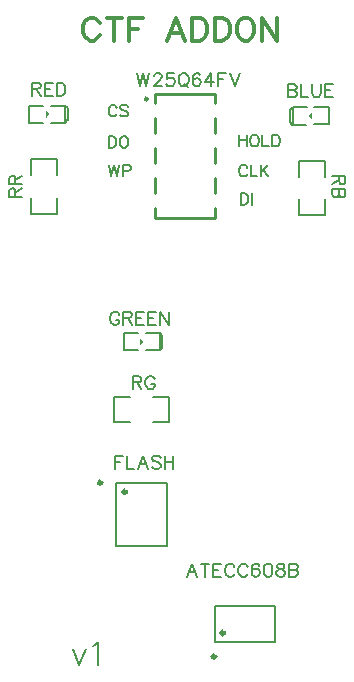
<source format=gto>
G04 Layer: TopSilkscreenLayer*
G04 EasyEDA v6.5.40, 2024-02-07 10:12:07*
G04 964da254980c4c80920fb8b7fcdf49c0,d07ef30ec77949ce8e11233ba57d236c,10*
G04 Gerber Generator version 0.2*
G04 Scale: 100 percent, Rotated: No, Reflected: No *
G04 Dimensions in millimeters *
G04 leading zeros omitted , absolute positions ,4 integer and 5 decimal *
%FSLAX45Y45*%
%MOMM*%

%ADD10C,0.3000*%
%ADD11C,0.2032*%
%ADD12C,0.1500*%
%ADD13C,0.1524*%
%ADD14C,0.2540*%
%ADD15C,0.0168*%

%LPD*%
D10*
X1230629Y5861050D02*
G01*
X1221486Y5879592D01*
X1202944Y5898134D01*
X1184655Y5907278D01*
X1147571Y5907278D01*
X1129029Y5898134D01*
X1110742Y5879592D01*
X1101344Y5861050D01*
X1092200Y5833363D01*
X1092200Y5787389D01*
X1101344Y5759450D01*
X1110742Y5741162D01*
X1129029Y5722620D01*
X1147571Y5713476D01*
X1184655Y5713476D01*
X1202944Y5722620D01*
X1221486Y5741162D01*
X1230629Y5759450D01*
X1356360Y5907278D02*
G01*
X1356360Y5713476D01*
X1291589Y5907278D02*
G01*
X1421129Y5907278D01*
X1482089Y5907278D02*
G01*
X1482089Y5713476D01*
X1482089Y5907278D02*
G01*
X1601978Y5907278D01*
X1482089Y5815076D02*
G01*
X1555750Y5815076D01*
X1879092Y5907278D02*
G01*
X1805178Y5713476D01*
X1879092Y5907278D02*
G01*
X1953006Y5713476D01*
X1832863Y5777992D02*
G01*
X1925320Y5777992D01*
X2013965Y5907278D02*
G01*
X2013965Y5713476D01*
X2013965Y5907278D02*
G01*
X2078736Y5907278D01*
X2106422Y5898134D01*
X2124709Y5879592D01*
X2134108Y5861050D01*
X2143252Y5833363D01*
X2143252Y5787389D01*
X2134108Y5759450D01*
X2124709Y5741162D01*
X2106422Y5722620D01*
X2078736Y5713476D01*
X2013965Y5713476D01*
X2204211Y5907278D02*
G01*
X2204211Y5713476D01*
X2204211Y5907278D02*
G01*
X2268981Y5907278D01*
X2296668Y5898134D01*
X2315209Y5879592D01*
X2324354Y5861050D01*
X2333497Y5833363D01*
X2333497Y5787389D01*
X2324354Y5759450D01*
X2315209Y5741162D01*
X2296668Y5722620D01*
X2268981Y5713476D01*
X2204211Y5713476D01*
X2449829Y5907278D02*
G01*
X2431541Y5898134D01*
X2413000Y5879592D01*
X2403856Y5861050D01*
X2394458Y5833363D01*
X2394458Y5787389D01*
X2403856Y5759450D01*
X2413000Y5741162D01*
X2431541Y5722620D01*
X2449829Y5713476D01*
X2486913Y5713476D01*
X2505456Y5722620D01*
X2523743Y5741162D01*
X2533141Y5759450D01*
X2542286Y5787389D01*
X2542286Y5833363D01*
X2533141Y5861050D01*
X2523743Y5879592D01*
X2505456Y5898134D01*
X2486913Y5907278D01*
X2449829Y5907278D01*
X2603245Y5907278D02*
G01*
X2603245Y5713476D01*
X2603245Y5907278D02*
G01*
X2732531Y5713476D01*
X2732531Y5907278D02*
G01*
X2732531Y5713476D01*
D11*
X1003300Y559562D02*
G01*
X1058671Y430276D01*
X1114044Y559562D02*
G01*
X1058671Y430276D01*
X1175004Y587247D02*
G01*
X1193545Y596392D01*
X1221231Y624078D01*
X1221231Y430276D01*
D12*
X1376171Y5145531D02*
G01*
X1371854Y5154676D01*
X1362710Y5163565D01*
X1353565Y5168137D01*
X1335278Y5168137D01*
X1326387Y5163565D01*
X1317244Y5154676D01*
X1312671Y5145531D01*
X1308100Y5131815D01*
X1308100Y5109210D01*
X1312671Y5095494D01*
X1317244Y5086350D01*
X1326387Y5077205D01*
X1335278Y5072634D01*
X1353565Y5072634D01*
X1362710Y5077205D01*
X1371854Y5086350D01*
X1376171Y5095494D01*
X1469897Y5154676D02*
G01*
X1460754Y5163565D01*
X1447292Y5168137D01*
X1429004Y5168137D01*
X1415287Y5163565D01*
X1406397Y5154676D01*
X1406397Y5145531D01*
X1410715Y5136387D01*
X1415287Y5131815D01*
X1424431Y5127244D01*
X1451610Y5118100D01*
X1460754Y5113781D01*
X1465326Y5109210D01*
X1469897Y5100065D01*
X1469897Y5086350D01*
X1460754Y5077205D01*
X1447292Y5072634D01*
X1429004Y5072634D01*
X1415287Y5077205D01*
X1406397Y5086350D01*
X1308100Y4901437D02*
G01*
X1308100Y4805934D01*
X1308100Y4901437D02*
G01*
X1339850Y4901437D01*
X1353565Y4896865D01*
X1362710Y4887976D01*
X1367281Y4878831D01*
X1371854Y4865115D01*
X1371854Y4842510D01*
X1367281Y4828794D01*
X1362710Y4819650D01*
X1353565Y4810505D01*
X1339850Y4805934D01*
X1308100Y4805934D01*
X1429004Y4901437D02*
G01*
X1419860Y4896865D01*
X1410715Y4887976D01*
X1406397Y4878831D01*
X1401826Y4865115D01*
X1401826Y4842510D01*
X1406397Y4828794D01*
X1410715Y4819650D01*
X1419860Y4810505D01*
X1429004Y4805934D01*
X1447292Y4805934D01*
X1456181Y4810505D01*
X1465326Y4819650D01*
X1469897Y4828794D01*
X1474470Y4842510D01*
X1474470Y4865115D01*
X1469897Y4878831D01*
X1465326Y4887976D01*
X1456181Y4896865D01*
X1447292Y4901437D01*
X1429004Y4901437D01*
X1308100Y4660137D02*
G01*
X1330705Y4564634D01*
X1353565Y4660137D02*
G01*
X1330705Y4564634D01*
X1353565Y4660137D02*
G01*
X1376171Y4564634D01*
X1399031Y4660137D02*
G01*
X1376171Y4564634D01*
X1429004Y4660137D02*
G01*
X1429004Y4564634D01*
X1429004Y4660137D02*
G01*
X1469897Y4660137D01*
X1483613Y4655565D01*
X1488186Y4650994D01*
X1492757Y4642104D01*
X1492757Y4628387D01*
X1488186Y4619244D01*
X1483613Y4614671D01*
X1469897Y4610100D01*
X1429004Y4610100D01*
X2413000Y4914137D02*
G01*
X2413000Y4818634D01*
X2476754Y4914137D02*
G01*
X2476754Y4818634D01*
X2413000Y4868671D02*
G01*
X2476754Y4868671D01*
X2533904Y4914137D02*
G01*
X2524759Y4909565D01*
X2515615Y4900676D01*
X2511297Y4891531D01*
X2506725Y4877815D01*
X2506725Y4855210D01*
X2511297Y4841494D01*
X2515615Y4832350D01*
X2524759Y4823205D01*
X2533904Y4818634D01*
X2552191Y4818634D01*
X2561081Y4823205D01*
X2570225Y4832350D01*
X2574797Y4841494D01*
X2579370Y4855210D01*
X2579370Y4877815D01*
X2574797Y4891531D01*
X2570225Y4900676D01*
X2561081Y4909565D01*
X2552191Y4914137D01*
X2533904Y4914137D01*
X2609341Y4914137D02*
G01*
X2609341Y4818634D01*
X2609341Y4818634D02*
G01*
X2663952Y4818634D01*
X2693924Y4914137D02*
G01*
X2693924Y4818634D01*
X2693924Y4914137D02*
G01*
X2725674Y4914137D01*
X2739390Y4909565D01*
X2748534Y4900676D01*
X2753106Y4891531D01*
X2757424Y4877815D01*
X2757424Y4855210D01*
X2753106Y4841494D01*
X2748534Y4832350D01*
X2739390Y4823205D01*
X2725674Y4818634D01*
X2693924Y4818634D01*
X2481072Y4637531D02*
G01*
X2476754Y4646676D01*
X2467609Y4655565D01*
X2458465Y4660137D01*
X2440177Y4660137D01*
X2431288Y4655565D01*
X2422143Y4646676D01*
X2417572Y4637531D01*
X2413000Y4623815D01*
X2413000Y4601210D01*
X2417572Y4587494D01*
X2422143Y4578350D01*
X2431288Y4569205D01*
X2440177Y4564634D01*
X2458465Y4564634D01*
X2467609Y4569205D01*
X2476754Y4578350D01*
X2481072Y4587494D01*
X2511297Y4660137D02*
G01*
X2511297Y4564634D01*
X2511297Y4564634D02*
G01*
X2565654Y4564634D01*
X2595625Y4660137D02*
G01*
X2595625Y4564634D01*
X2659379Y4660137D02*
G01*
X2595625Y4596637D01*
X2618486Y4619244D02*
G01*
X2659379Y4564634D01*
X2425700Y4418837D02*
G01*
X2425700Y4323334D01*
X2425700Y4418837D02*
G01*
X2457450Y4418837D01*
X2471165Y4414265D01*
X2480309Y4405376D01*
X2484881Y4396231D01*
X2489454Y4382515D01*
X2489454Y4359910D01*
X2484881Y4346194D01*
X2480309Y4337050D01*
X2471165Y4327905D01*
X2457450Y4323334D01*
X2425700Y4323334D01*
X2519425Y4418837D02*
G01*
X2519425Y4323334D01*
D13*
X2826903Y5343204D02*
G01*
X2826903Y5234238D01*
X2826903Y5343204D02*
G01*
X2873639Y5343204D01*
X2889133Y5338124D01*
X2894467Y5332790D01*
X2899547Y5322376D01*
X2899547Y5311962D01*
X2894467Y5301548D01*
X2889133Y5296468D01*
X2873639Y5291388D01*
X2826903Y5291388D02*
G01*
X2873639Y5291388D01*
X2889133Y5286054D01*
X2894467Y5280974D01*
X2899547Y5270560D01*
X2899547Y5254812D01*
X2894467Y5244398D01*
X2889133Y5239318D01*
X2873639Y5234238D01*
X2826903Y5234238D01*
X2933837Y5343204D02*
G01*
X2933837Y5234238D01*
X2933837Y5234238D02*
G01*
X2996321Y5234238D01*
X3030611Y5343204D02*
G01*
X3030611Y5265226D01*
X3035691Y5249732D01*
X3046105Y5239318D01*
X3061853Y5234238D01*
X3072013Y5234238D01*
X3087761Y5239318D01*
X3098175Y5249732D01*
X3103255Y5265226D01*
X3103255Y5343204D01*
X3137545Y5343204D02*
G01*
X3137545Y5234238D01*
X3137545Y5343204D02*
G01*
X3205109Y5343204D01*
X3137545Y5291388D02*
G01*
X3179201Y5291388D01*
X3137545Y5234238D02*
G01*
X3205109Y5234238D01*
X1398778Y3391407D02*
G01*
X1393444Y3401821D01*
X1383029Y3412236D01*
X1372870Y3417315D01*
X1352042Y3417315D01*
X1341628Y3412236D01*
X1331213Y3401821D01*
X1325879Y3391407D01*
X1320800Y3375660D01*
X1320800Y3349752D01*
X1325879Y3334257D01*
X1331213Y3323844D01*
X1341628Y3313429D01*
X1352042Y3308350D01*
X1372870Y3308350D01*
X1383029Y3313429D01*
X1393444Y3323844D01*
X1398778Y3334257D01*
X1398778Y3349752D01*
X1372870Y3349752D02*
G01*
X1398778Y3349752D01*
X1433068Y3417315D02*
G01*
X1433068Y3308350D01*
X1433068Y3417315D02*
G01*
X1479804Y3417315D01*
X1495297Y3412236D01*
X1500631Y3406902D01*
X1505712Y3396487D01*
X1505712Y3386073D01*
X1500631Y3375660D01*
X1495297Y3370579D01*
X1479804Y3365500D01*
X1433068Y3365500D01*
X1469389Y3365500D02*
G01*
X1505712Y3308350D01*
X1540002Y3417315D02*
G01*
X1540002Y3308350D01*
X1540002Y3417315D02*
G01*
X1607565Y3417315D01*
X1540002Y3365500D02*
G01*
X1581657Y3365500D01*
X1540002Y3308350D02*
G01*
X1607565Y3308350D01*
X1641855Y3417315D02*
G01*
X1641855Y3308350D01*
X1641855Y3417315D02*
G01*
X1709420Y3417315D01*
X1641855Y3365500D02*
G01*
X1683512Y3365500D01*
X1641855Y3308350D02*
G01*
X1709420Y3308350D01*
X1743710Y3417315D02*
G01*
X1743710Y3308350D01*
X1743710Y3417315D02*
G01*
X1816354Y3308350D01*
X1816354Y3417315D02*
G01*
X1816354Y3308350D01*
X658327Y5356412D02*
G01*
X658327Y5247446D01*
X658327Y5356412D02*
G01*
X705063Y5356412D01*
X720557Y5351332D01*
X725891Y5345998D01*
X730971Y5335584D01*
X730971Y5325170D01*
X725891Y5314756D01*
X720557Y5309676D01*
X705063Y5304596D01*
X658327Y5304596D01*
X694649Y5304596D02*
G01*
X730971Y5247446D01*
X765261Y5356412D02*
G01*
X765261Y5247446D01*
X765261Y5356412D02*
G01*
X832825Y5356412D01*
X765261Y5304596D02*
G01*
X806917Y5304596D01*
X765261Y5247446D02*
G01*
X832825Y5247446D01*
X867115Y5356412D02*
G01*
X867115Y5247446D01*
X867115Y5356412D02*
G01*
X903437Y5356412D01*
X919185Y5351332D01*
X929599Y5340918D01*
X934679Y5330504D01*
X940013Y5314756D01*
X940013Y5288848D01*
X934679Y5273354D01*
X929599Y5262940D01*
X919185Y5252526D01*
X903437Y5247446D01*
X867115Y5247446D01*
X2010156Y1283715D02*
G01*
X1968500Y1174750D01*
X2010156Y1283715D02*
G01*
X2051558Y1174750D01*
X1983993Y1211071D02*
G01*
X2036063Y1211071D01*
X2122170Y1283715D02*
G01*
X2122170Y1174750D01*
X2085847Y1283715D02*
G01*
X2158745Y1283715D01*
X2193036Y1283715D02*
G01*
X2193036Y1174750D01*
X2193036Y1283715D02*
G01*
X2260600Y1283715D01*
X2193036Y1231900D02*
G01*
X2234438Y1231900D01*
X2193036Y1174750D02*
G01*
X2260600Y1174750D01*
X2372613Y1257807D02*
G01*
X2367534Y1268221D01*
X2357120Y1278636D01*
X2346706Y1283715D01*
X2325877Y1283715D01*
X2315463Y1278636D01*
X2305050Y1268221D01*
X2299970Y1257807D01*
X2294890Y1242060D01*
X2294890Y1216152D01*
X2299970Y1200657D01*
X2305050Y1190244D01*
X2315463Y1179829D01*
X2325877Y1174750D01*
X2346706Y1174750D01*
X2357120Y1179829D01*
X2367534Y1190244D01*
X2372613Y1200657D01*
X2484881Y1257807D02*
G01*
X2479802Y1268221D01*
X2469388Y1278636D01*
X2458974Y1283715D01*
X2438145Y1283715D01*
X2427731Y1278636D01*
X2417318Y1268221D01*
X2412238Y1257807D01*
X2406904Y1242060D01*
X2406904Y1216152D01*
X2412238Y1200657D01*
X2417318Y1190244D01*
X2427731Y1179829D01*
X2438145Y1174750D01*
X2458974Y1174750D01*
X2469388Y1179829D01*
X2479802Y1190244D01*
X2484881Y1200657D01*
X2581656Y1268221D02*
G01*
X2576322Y1278636D01*
X2560827Y1283715D01*
X2550413Y1283715D01*
X2534920Y1278636D01*
X2524506Y1262887D01*
X2519172Y1236979D01*
X2519172Y1211071D01*
X2524506Y1190244D01*
X2534920Y1179829D01*
X2550413Y1174750D01*
X2555493Y1174750D01*
X2571241Y1179829D01*
X2581656Y1190244D01*
X2586736Y1205737D01*
X2586736Y1211071D01*
X2581656Y1226565D01*
X2571241Y1236979D01*
X2555493Y1242060D01*
X2550413Y1242060D01*
X2534920Y1236979D01*
X2524506Y1226565D01*
X2519172Y1211071D01*
X2652268Y1283715D02*
G01*
X2636520Y1278636D01*
X2626359Y1262887D01*
X2621025Y1236979D01*
X2621025Y1221486D01*
X2626359Y1195323D01*
X2636520Y1179829D01*
X2652268Y1174750D01*
X2662681Y1174750D01*
X2678175Y1179829D01*
X2688590Y1195323D01*
X2693670Y1221486D01*
X2693670Y1236979D01*
X2688590Y1262887D01*
X2678175Y1278636D01*
X2662681Y1283715D01*
X2652268Y1283715D01*
X2754122Y1283715D02*
G01*
X2738374Y1278636D01*
X2733293Y1268221D01*
X2733293Y1257807D01*
X2738374Y1247394D01*
X2748788Y1242060D01*
X2769615Y1236979D01*
X2785109Y1231900D01*
X2795524Y1221486D01*
X2800858Y1211071D01*
X2800858Y1195323D01*
X2795524Y1184910D01*
X2790443Y1179829D01*
X2774950Y1174750D01*
X2754122Y1174750D01*
X2738374Y1179829D01*
X2733293Y1184910D01*
X2727959Y1195323D01*
X2727959Y1211071D01*
X2733293Y1221486D01*
X2743708Y1231900D01*
X2759202Y1236979D01*
X2780029Y1242060D01*
X2790443Y1247394D01*
X2795524Y1257807D01*
X2795524Y1268221D01*
X2790443Y1278636D01*
X2774950Y1283715D01*
X2754122Y1283715D01*
X2835147Y1283715D02*
G01*
X2835147Y1174750D01*
X2835147Y1283715D02*
G01*
X2881884Y1283715D01*
X2897377Y1278636D01*
X2902711Y1273302D01*
X2907791Y1262887D01*
X2907791Y1252473D01*
X2902711Y1242060D01*
X2897377Y1236979D01*
X2881884Y1231900D01*
X2835147Y1231900D02*
G01*
X2881884Y1231900D01*
X2897377Y1226565D01*
X2902711Y1221486D01*
X2907791Y1211071D01*
X2907791Y1195323D01*
X2902711Y1184910D01*
X2897377Y1179829D01*
X2881884Y1174750D01*
X2835147Y1174750D01*
X1358900Y2198115D02*
G01*
X1358900Y2089150D01*
X1358900Y2198115D02*
G01*
X1426463Y2198115D01*
X1358900Y2146300D02*
G01*
X1400555Y2146300D01*
X1460754Y2198115D02*
G01*
X1460754Y2089150D01*
X1460754Y2089150D02*
G01*
X1522984Y2089150D01*
X1598929Y2198115D02*
G01*
X1557273Y2089150D01*
X1598929Y2198115D02*
G01*
X1640586Y2089150D01*
X1573021Y2125471D02*
G01*
X1624837Y2125471D01*
X1747520Y2182621D02*
G01*
X1737105Y2193036D01*
X1721612Y2198115D01*
X1700784Y2198115D01*
X1685289Y2193036D01*
X1674876Y2182621D01*
X1674876Y2172207D01*
X1679955Y2161794D01*
X1685289Y2156460D01*
X1695450Y2151379D01*
X1726692Y2140965D01*
X1737105Y2135886D01*
X1742439Y2130552D01*
X1747520Y2120137D01*
X1747520Y2104644D01*
X1737105Y2094229D01*
X1721612Y2089150D01*
X1700784Y2089150D01*
X1685289Y2094229D01*
X1674876Y2104644D01*
X1781810Y2198115D02*
G01*
X1781810Y2089150D01*
X1854454Y2198115D02*
G01*
X1854454Y2089150D01*
X1781810Y2146300D02*
G01*
X1854454Y2146300D01*
X1549400Y5436615D02*
G01*
X1575307Y5327650D01*
X1601470Y5436615D02*
G01*
X1575307Y5327650D01*
X1601470Y5436615D02*
G01*
X1627378Y5327650D01*
X1653286Y5436615D02*
G01*
X1627378Y5327650D01*
X1692910Y5410707D02*
G01*
X1692910Y5415787D01*
X1697989Y5426202D01*
X1703070Y5431536D01*
X1713484Y5436615D01*
X1734312Y5436615D01*
X1744726Y5431536D01*
X1750060Y5426202D01*
X1755139Y5415787D01*
X1755139Y5405373D01*
X1750060Y5394960D01*
X1739645Y5379465D01*
X1687576Y5327650D01*
X1760220Y5327650D01*
X1856994Y5436615D02*
G01*
X1804923Y5436615D01*
X1799844Y5389879D01*
X1804923Y5394960D01*
X1820671Y5400294D01*
X1836165Y5400294D01*
X1851660Y5394960D01*
X1862073Y5384800D01*
X1867407Y5369052D01*
X1867407Y5358637D01*
X1862073Y5343144D01*
X1851660Y5332729D01*
X1836165Y5327650D01*
X1820671Y5327650D01*
X1804923Y5332729D01*
X1799844Y5337810D01*
X1794510Y5348223D01*
X1932940Y5436615D02*
G01*
X1922526Y5431536D01*
X1912112Y5421121D01*
X1906778Y5410707D01*
X1901697Y5394960D01*
X1901697Y5369052D01*
X1906778Y5353557D01*
X1912112Y5343144D01*
X1922526Y5332729D01*
X1932940Y5327650D01*
X1953513Y5327650D01*
X1963927Y5332729D01*
X1974341Y5343144D01*
X1979675Y5353557D01*
X1984756Y5369052D01*
X1984756Y5394960D01*
X1979675Y5410707D01*
X1974341Y5421121D01*
X1963927Y5431536D01*
X1953513Y5436615D01*
X1932940Y5436615D01*
X1948434Y5348223D02*
G01*
X1979675Y5317236D01*
X2081529Y5421121D02*
G01*
X2076195Y5431536D01*
X2060702Y5436615D01*
X2050288Y5436615D01*
X2034540Y5431536D01*
X2024379Y5415787D01*
X2019045Y5389879D01*
X2019045Y5363971D01*
X2024379Y5343144D01*
X2034540Y5332729D01*
X2050288Y5327650D01*
X2055368Y5327650D01*
X2071115Y5332729D01*
X2081529Y5343144D01*
X2086609Y5358637D01*
X2086609Y5363971D01*
X2081529Y5379465D01*
X2071115Y5389879D01*
X2055368Y5394960D01*
X2050288Y5394960D01*
X2034540Y5389879D01*
X2024379Y5379465D01*
X2019045Y5363971D01*
X2172970Y5436615D02*
G01*
X2120900Y5363971D01*
X2198877Y5363971D01*
X2172970Y5436615D02*
G01*
X2172970Y5327650D01*
X2233168Y5436615D02*
G01*
X2233168Y5327650D01*
X2233168Y5436615D02*
G01*
X2300731Y5436615D01*
X2233168Y5384800D02*
G01*
X2274570Y5384800D01*
X2335022Y5436615D02*
G01*
X2376424Y5327650D01*
X2418079Y5436615D02*
G01*
X2376424Y5327650D01*
X3310519Y4567488D02*
G01*
X3201553Y4567488D01*
X3310519Y4567488D02*
G01*
X3310519Y4520752D01*
X3305439Y4505258D01*
X3300105Y4499924D01*
X3289691Y4494844D01*
X3279277Y4494844D01*
X3268863Y4499924D01*
X3263783Y4505258D01*
X3258703Y4520752D01*
X3258703Y4567488D01*
X3258703Y4531166D02*
G01*
X3201553Y4494844D01*
X3310519Y4460554D02*
G01*
X3201553Y4460554D01*
X3310519Y4460554D02*
G01*
X3310519Y4413818D01*
X3305439Y4398070D01*
X3300105Y4392990D01*
X3289691Y4387656D01*
X3279277Y4387656D01*
X3268863Y4392990D01*
X3263783Y4398070D01*
X3258703Y4413818D01*
X3258703Y4460554D02*
G01*
X3258703Y4413818D01*
X3253369Y4398070D01*
X3248289Y4392990D01*
X3237875Y4387656D01*
X3222127Y4387656D01*
X3211713Y4392990D01*
X3206633Y4398070D01*
X3201553Y4413818D01*
X3201553Y4460554D01*
X1511300Y2871215D02*
G01*
X1511300Y2762250D01*
X1511300Y2871215D02*
G01*
X1558036Y2871215D01*
X1573529Y2866136D01*
X1578863Y2860802D01*
X1583944Y2850387D01*
X1583944Y2839973D01*
X1578863Y2829560D01*
X1573529Y2824479D01*
X1558036Y2819400D01*
X1511300Y2819400D01*
X1547621Y2819400D02*
G01*
X1583944Y2762250D01*
X1696212Y2845307D02*
G01*
X1691131Y2855721D01*
X1680718Y2866136D01*
X1670304Y2871215D01*
X1649476Y2871215D01*
X1639062Y2866136D01*
X1628647Y2855721D01*
X1623568Y2845307D01*
X1618234Y2829560D01*
X1618234Y2803652D01*
X1623568Y2788157D01*
X1628647Y2777744D01*
X1639062Y2767329D01*
X1649476Y2762250D01*
X1670304Y2762250D01*
X1680718Y2767329D01*
X1691131Y2777744D01*
X1696212Y2788157D01*
X1696212Y2803652D01*
X1670304Y2803652D02*
G01*
X1696212Y2803652D01*
X466811Y4390196D02*
G01*
X575777Y4390196D01*
X466811Y4390196D02*
G01*
X466811Y4436932D01*
X471891Y4452426D01*
X477225Y4457760D01*
X487639Y4462840D01*
X498053Y4462840D01*
X508467Y4457760D01*
X513547Y4452426D01*
X518627Y4436932D01*
X518627Y4390196D01*
X518627Y4426518D02*
G01*
X575777Y4462840D01*
X466811Y4497130D02*
G01*
X575777Y4497130D01*
X466811Y4497130D02*
G01*
X466811Y4543866D01*
X471891Y4559614D01*
X477225Y4564694D01*
X487639Y4570028D01*
X498053Y4570028D01*
X508467Y4564694D01*
X513547Y4559614D01*
X518627Y4543866D01*
X518627Y4497130D01*
X518627Y4533706D02*
G01*
X575777Y4570028D01*
G36*
X3029458Y5111394D02*
G01*
X3003499Y5075428D01*
X3028492Y5039410D01*
G37*
G36*
X1576578Y3198215D02*
G01*
X1575562Y3126232D01*
X1601571Y3162249D01*
G37*
G36*
X774395Y5124602D02*
G01*
X773379Y5052618D01*
X799388Y5088636D01*
G37*
D12*
X2980471Y5002413D02*
G01*
X2865473Y5002413D01*
X2865473Y5147411D01*
X2985472Y5147411D01*
X3047471Y5148412D02*
G01*
X3171471Y5148412D01*
X3171471Y5003413D01*
X3047471Y5003413D01*
X2865473Y5002413D02*
G01*
X2862470Y5002413D01*
X2842470Y5022413D01*
X2842470Y5124411D01*
X2845473Y5127411D01*
X2865473Y5147411D01*
X1624568Y3235223D02*
G01*
X1739567Y3235223D01*
X1739567Y3090224D01*
X1619567Y3090224D01*
X1557568Y3089224D02*
G01*
X1433568Y3089224D01*
X1433568Y3234222D01*
X1557568Y3234222D01*
X1739567Y3235223D02*
G01*
X1742569Y3235223D01*
X1762569Y3215223D01*
X1762569Y3113224D01*
X1759567Y3110224D01*
X1739567Y3090224D01*
X822396Y5161620D02*
G01*
X937394Y5161620D01*
X937394Y5016621D01*
X817394Y5016621D01*
X755395Y5015621D02*
G01*
X631395Y5015621D01*
X631395Y5160619D01*
X755395Y5160619D01*
X937394Y5161620D02*
G01*
X940396Y5161620D01*
X960396Y5141620D01*
X960396Y5039621D01*
X957394Y5036621D01*
X937394Y5016621D01*
D13*
X2211179Y622559D02*
G01*
X2211179Y926840D01*
X2716420Y926840D01*
X2716420Y622559D01*
X2211179Y622559D01*
X1369860Y1965670D02*
G01*
X1805139Y1965670D01*
X1805139Y1437929D01*
X1369860Y1437929D01*
X1369860Y1965670D01*
D14*
X2209805Y4212099D02*
G01*
X1701805Y4212099D01*
X2209805Y4292986D02*
G01*
X2209805Y4212099D01*
X2209805Y5262100D02*
G01*
X2209805Y5181213D01*
X2209805Y5262100D02*
G01*
X1701805Y5262100D01*
X1701805Y4292986D02*
G01*
X1701805Y4212099D01*
X1701805Y4546986D02*
G01*
X1701805Y4419213D01*
X1701805Y4800986D02*
G01*
X1701805Y4673213D01*
X1701805Y5054986D02*
G01*
X1701805Y4927213D01*
X1701805Y5262100D02*
G01*
X1701805Y5181213D01*
X2209805Y4546986D02*
G01*
X2209805Y4419213D01*
X2209805Y4800986D02*
G01*
X2209805Y4673213D01*
X2209805Y5054986D02*
G01*
X2209805Y4927213D01*
D13*
X2922193Y4370768D02*
G01*
X2922193Y4234776D01*
X3138012Y4234776D01*
X3138012Y4370768D01*
X2922193Y4561009D02*
G01*
X2922193Y4697001D01*
X3138012Y4697001D01*
X3138012Y4561009D01*
X1682620Y2482890D02*
G01*
X1818612Y2482890D01*
X1818612Y2698709D01*
X1682620Y2698709D01*
X1492379Y2482890D02*
G01*
X1356387Y2482890D01*
X1356387Y2698709D01*
X1492379Y2698709D01*
X867836Y4574217D02*
G01*
X867836Y4710209D01*
X652018Y4710209D01*
X652018Y4574217D01*
X867836Y4383976D02*
G01*
X867836Y4247984D01*
X652018Y4247984D01*
X652018Y4383976D01*
D10*
G75*
G01
X2288311Y697789D02*
G03X2288311Y697789I-15011J0D01*
G75*
G01
X2213661Y497459D02*
G03X2213661Y497459I-15011J0D01*
G75*
G01
X1460119Y1892300D02*
G03X1460119Y1892300I-15011J0D01*
G75*
G01
X1249502Y1969033D02*
G03X1249502Y1969033I-15011J0D01*
D14*
G75*
G01
X1638310Y5219708D02*
G03X1638310Y5219708I-12700J0D01*
M02*

</source>
